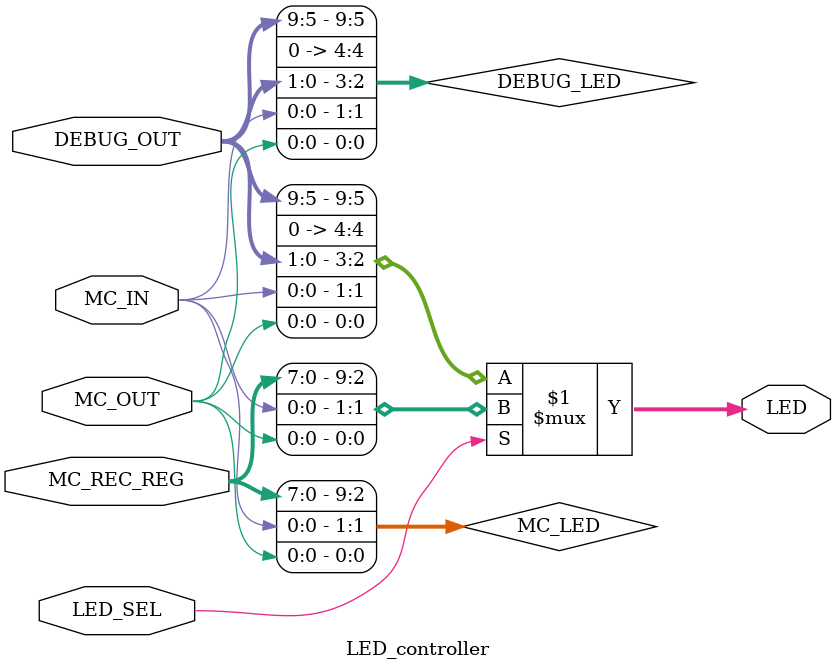
<source format=v>
module LED_controller
(
    input [9:0] DEBUG_OUT,
    input MC_OUT,
    input MC_IN,
    input [7:0] MC_REC_REG,
    input LED_SEL,
    output [9:0] LED
);

wire [9:0] DEBUG_LED;
wire [9:0] MC_LED;

assign DEBUG_LED = {DEBUG_OUT[9:5],1'b0,DEBUG_OUT[1],DEBUG_OUT[0],MC_IN,MC_OUT};
assign MC_LED = {MC_REC_REG[7:0],MC_IN,MC_OUT};

assign LED = LED_SEL ? MC_LED : DEBUG_LED;

endmodule
</source>
